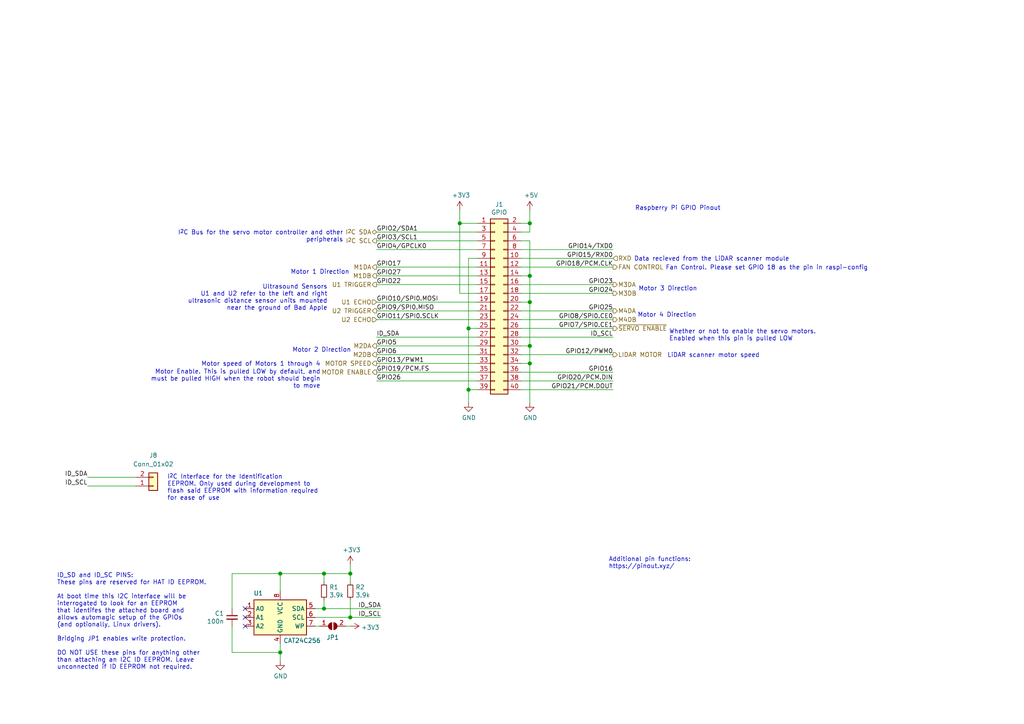
<source format=kicad_sch>
(kicad_sch (version 20250114) (generator "eeschema") (generator_version "9.0")
  (paper "A4")
  (title_block (title "Autonomous  Courier Robot \"Bad Apple\"") (date "2025-08-28") (rev "1") (company "Mixed Engineering Group 3 | STEM 12-Altruism / AY 2526 | CIT-U SHS") (comment 4 "This sheet defines the Raspberry Pi HAT interface"))
  (lib_symbols
    (symbol "Connector_Generic:Conn_01x02" (pin_names (offset 1.016) (hide yes))
      (property "Reference" "J" (at 0 2.54 0))
      (property "Value" "Conn_01x02" (at 0 -5.08 0))
      (symbol "Conn_01x02_1_1"
        (rectangle (start -1.27 1.27) (end 1.27 -3.81) (stroke (width 0.254)) (fill (type background)))
        (rectangle (start -1.27 0.127) (end 0 -0.127) (stroke (width 0.1524)))
        (rectangle (start -1.27 -2.413) (end 0 -2.667) (stroke (width 0.1524)))
        (pin passive line (at -5.08 0 0) (length 3.81) (name "Pin_1") (number "1"))
        (pin passive line (at -5.08 -2.54 0) (length 3.81) (name "Pin_2") (number "2"))
      )
    )
    (symbol "Connector_Generic:Conn_02x20_Odd_Even" (pin_names (offset 1.016) (hide yes))
      (property "Reference" "J" (at 1.27 25.4 0))
      (property "Value" "Conn_02x20_Odd_Even" (at 1.27 -27.94 0))
      (symbol "Conn_02x20_Odd_Even_1_1"
        (rectangle (start -1.27 24.13) (end 3.81 -26.67) (stroke (width 0.254)) (fill (type background)))
        (rectangle (start -1.27 22.987) (end 0 22.733) (stroke (width 0.1524)))
        (rectangle (start -1.27 20.447) (end 0 20.193) (stroke (width 0.1524)))
        (rectangle (start -1.27 17.907) (end 0 17.653) (stroke (width 0.1524)))
        (rectangle (start -1.27 15.367) (end 0 15.113) (stroke (width 0.1524)))
        (rectangle (start -1.27 12.827) (end 0 12.573) (stroke (width 0.1524)))
        (rectangle (start -1.27 10.287) (end 0 10.033) (stroke (width 0.1524)))
        (rectangle (start -1.27 7.747) (end 0 7.493) (stroke (width 0.1524)))
        (rectangle (start -1.27 5.207) (end 0 4.953) (stroke (width 0.1524)))
        (rectangle (start -1.27 2.667) (end 0 2.413) (stroke (width 0.1524)))
        (rectangle (start -1.27 0.127) (end 0 -0.127) (stroke (width 0.1524)))
        (rectangle (start -1.27 -2.413) (end 0 -2.667) (stroke (width 0.1524)))
        (rectangle (start -1.27 -4.953) (end 0 -5.207) (stroke (width 0.1524)))
        (rectangle (start -1.27 -7.493) (end 0 -7.747) (stroke (width 0.1524)))
        (rectangle (start -1.27 -10.033) (end 0 -10.287) (stroke (width 0.1524)))
        (rectangle (start -1.27 -12.573) (end 0 -12.827) (stroke (width 0.1524)))
        (rectangle (start -1.27 -15.113) (end 0 -15.367) (stroke (width 0.1524)))
        (rectangle (start -1.27 -17.653) (end 0 -17.907) (stroke (width 0.1524)))
        (rectangle (start -1.27 -20.193) (end 0 -20.447) (stroke (width 0.1524)))
        (rectangle (start -1.27 -22.733) (end 0 -22.987) (stroke (width 0.1524)))
        (rectangle (start -1.27 -25.273) (end 0 -25.527) (stroke (width 0.1524)))
        (rectangle (start 3.81 22.987) (end 2.54 22.733) (stroke (width 0.1524)))
        (rectangle (start 3.81 20.447) (end 2.54 20.193) (stroke (width 0.1524)))
        (rectangle (start 3.81 17.907) (end 2.54 17.653) (stroke (width 0.1524)))
        (rectangle (start 3.81 15.367) (end 2.54 15.113) (stroke (width 0.1524)))
        (rectangle (start 3.81 12.827) (end 2.54 12.573) (stroke (width 0.1524)))
        (rectangle (start 3.81 10.287) (end 2.54 10.033) (stroke (width 0.1524)))
        (rectangle (start 3.81 7.747) (end 2.54 7.493) (stroke (width 0.1524)))
        (rectangle (start 3.81 5.207) (end 2.54 4.953) (stroke (width 0.1524)))
        (rectangle (start 3.81 2.667) (end 2.54 2.413) (stroke (width 0.1524)))
        (rectangle (start 3.81 0.127) (end 2.54 -0.127) (stroke (width 0.1524)))
        (rectangle (start 3.81 -2.413) (end 2.54 -2.667) (stroke (width 0.1524)))
        (rectangle (start 3.81 -4.953) (end 2.54 -5.207) (stroke (width 0.1524)))
        (rectangle (start 3.81 -7.493) (end 2.54 -7.747) (stroke (width 0.1524)))
        (rectangle (start 3.81 -10.033) (end 2.54 -10.287) (stroke (width 0.1524)))
        (rectangle (start 3.81 -12.573) (end 2.54 -12.827) (stroke (width 0.1524)))
        (rectangle (start 3.81 -15.113) (end 2.54 -15.367) (stroke (width 0.1524)))
        (rectangle (start 3.81 -17.653) (end 2.54 -17.907) (stroke (width 0.1524)))
        (rectangle (start 3.81 -20.193) (end 2.54 -20.447) (stroke (width 0.1524)))
        (rectangle (start 3.81 -22.733) (end 2.54 -22.987) (stroke (width 0.1524)))
        (rectangle (start 3.81 -25.273) (end 2.54 -25.527) (stroke (width 0.1524)))
        (pin passive line (at -5.08 22.86 0) (length 3.81) (name "Pin_1") (number "1"))
        (pin passive line (at -5.08 20.32 0) (length 3.81) (name "Pin_3") (number "3"))
        (pin passive line (at -5.08 17.78 0) (length 3.81) (name "Pin_5") (number "5"))
        (pin passive line (at -5.08 15.24 0) (length 3.81) (name "Pin_7") (number "7"))
        (pin passive line (at -5.08 12.7 0) (length 3.81) (name "Pin_9") (number "9"))
        (pin passive line (at -5.08 10.16 0) (length 3.81) (name "Pin_11") (number "11"))
        (pin passive line (at -5.08 7.62 0) (length 3.81) (name "Pin_13") (number "13"))
        (pin passive line (at -5.08 5.08 0) (length 3.81) (name "Pin_15") (number "15"))
        (pin passive line (at -5.08 2.54 0) (length 3.81) (name "Pin_17") (number "17"))
        (pin passive line (at -5.08 0 0) (length 3.81) (name "Pin_19") (number "19"))
        (pin passive line (at -5.08 -2.54 0) (length 3.81) (name "Pin_21") (number "21"))
        (pin passive line (at -5.08 -5.08 0) (length 3.81) (name "Pin_23") (number "23"))
        (pin passive line (at -5.08 -7.62 0) (length 3.81) (name "Pin_25") (number "25"))
        (pin passive line (at -5.08 -10.16 0) (length 3.81) (name "Pin_27") (number "27"))
        (pin passive line (at -5.08 -12.7 0) (length 3.81) (name "Pin_29") (number "29"))
        (pin passive line (at -5.08 -15.24 0) (length 3.81) (name "Pin_31") (number "31"))
        (pin passive line (at -5.08 -17.78 0) (length 3.81) (name "Pin_33") (number "33"))
        (pin passive line (at -5.08 -20.32 0) (length 3.81) (name "Pin_35") (number "35"))
        (pin passive line (at -5.08 -22.86 0) (length 3.81) (name "Pin_37") (number "37"))
        (pin passive line (at -5.08 -25.4 0) (length 3.81) (name "Pin_39") (number "39"))
        (pin passive line (at 7.62 22.86 180) (length 3.81) (name "Pin_2") (number "2"))
        (pin passive line (at 7.62 20.32 180) (length 3.81) (name "Pin_4") (number "4"))
        (pin passive line (at 7.62 17.78 180) (length 3.81) (name "Pin_6") (number "6"))
        (pin passive line (at 7.62 15.24 180) (length 3.81) (name "Pin_8") (number "8"))
        (pin passive line (at 7.62 12.7 180) (length 3.81) (name "Pin_10") (number "10"))
        (pin passive line (at 7.62 10.16 180) (length 3.81) (name "Pin_12") (number "12"))
        (pin passive line (at 7.62 7.62 180) (length 3.81) (name "Pin_14") (number "14"))
        (pin passive line (at 7.62 5.08 180) (length 3.81) (name "Pin_16") (number "16"))
        (pin passive line (at 7.62 2.54 180) (length 3.81) (name "Pin_18") (number "18"))
        (pin passive line (at 7.62 0 180) (length 3.81) (name "Pin_20") (number "20"))
        (pin passive line (at 7.62 -2.54 180) (length 3.81) (name "Pin_22") (number "22"))
        (pin passive line (at 7.62 -5.08 180) (length 3.81) (name "Pin_24") (number "24"))
        (pin passive line (at 7.62 -7.62 180) (length 3.81) (name "Pin_26") (number "26"))
        (pin passive line (at 7.62 -10.16 180) (length 3.81) (name "Pin_28") (number "28"))
        (pin passive line (at 7.62 -12.7 180) (length 3.81) (name "Pin_30") (number "30"))
        (pin passive line (at 7.62 -15.24 180) (length 3.81) (name "Pin_32") (number "32"))
        (pin passive line (at 7.62 -17.78 180) (length 3.81) (name "Pin_34") (number "34"))
        (pin passive line (at 7.62 -20.32 180) (length 3.81) (name "Pin_36") (number "36"))
        (pin passive line (at 7.62 -22.86 180) (length 3.81) (name "Pin_38") (number "38"))
        (pin passive line (at 7.62 -25.4 180) (length 3.81) (name "Pin_40") (number "40"))
      )
    )
    (symbol "Device:C_Small" (pin_numbers (hide yes)) (pin_names (offset 0.254) (hide yes))
      (property "Reference" "C" (at 0.254 1.778 0))
      (property "Value" "C_Small" (at 0.254 -2.032 0))
      (symbol "C_Small_0_1"
        (polyline (pts (xy -1.524 0.508) (xy 1.524 0.508)) (stroke (width 0.3048)))
        (polyline (pts (xy -1.524 -0.508) (xy 1.524 -0.508)) (stroke (width 0.3302)))
      )
      (symbol "C_Small_1_1"
        (pin passive line (at 0 2.54 270) (length 2.032) (name "~") (number "1"))
        (pin passive line (at 0 -2.54 90) (length 2.032) (name "~") (number "2"))
      )
    )
    (symbol "Device:R_Small" (pin_numbers (hide yes)) (pin_names (offset 0.254) (hide yes))
      (property "Reference" "R" (at 0.762 0.508 0))
      (property "Value" "R_Small" (at 0.762 -1.016 0))
      (symbol "R_Small_0_1"
        (rectangle (start -0.762 1.778) (end 0.762 -1.778) (stroke (width 0.2032)))
      )
      (symbol "R_Small_1_1"
        (pin passive line (at 0 2.54 270) (length 0.762) (name "~") (number "1"))
        (pin passive line (at 0 -2.54 90) (length 0.762) (name "~") (number "2"))
      )
    )
    (symbol "Jumper:SolderJumper_2_Open" (pin_names (offset 0) (hide yes))
      (property "Reference" "JP" (at 0 2.032 0))
      (property "Value" "SolderJumper_2_Open" (at 0 -2.54 0))
      (symbol "SolderJumper_2_Open_0_1"
        (polyline (pts (xy -0.254 1.016) (xy -0.254 -1.016)))
        (arc (start -0.254 -1.016) (mid -1.2656 0) (end -0.254 1.016))
        (arc (start -0.254 -1.016) (mid -1.2656 0) (end -0.254 1.016) (fill (type outline)))
        (arc (start 0.254 1.016) (mid 1.2656 0) (end 0.254 -1.016))
        (arc (start 0.254 1.016) (mid 1.2656 0) (end 0.254 -1.016) (fill (type outline)))
        (polyline (pts (xy 0.254 1.016) (xy 0.254 -1.016)))
      )
      (symbol "SolderJumper_2_Open_1_1"
        (pin passive line (at -3.81 0 0) (length 2.54) (name "A") (number "1"))
        (pin passive line (at 3.81 0 180) (length 2.54) (name "B") (number "2"))
      )
    )
    (symbol "Memory_EEPROM:CAT24C256"
      (property "Reference" "U" (at -6.35 6.35 0))
      (property "Value" "CAT24C256" (at 1.27 6.35 0))
      (symbol "CAT24C256_1_1"
        (rectangle (start -7.62 5.08) (end 7.62 -5.08) (stroke (width 0.254)) (fill (type background)))
        (pin input line (at -10.16 2.54 0) (length 2.54) (name "A0") (number "1"))
        (pin input line (at -10.16 0 0) (length 2.54) (name "A1") (number "2"))
        (pin input line (at -10.16 -2.54 0) (length 2.54) (name "A2") (number "3"))
        (pin power_in line (at 0 7.62 270) (length 2.54) (name "VCC") (number "8"))
        (pin power_in line (at 0 -7.62 90) (length 2.54) (name "GND") (number "4"))
        (pin bidirectional line (at 10.16 2.54 180) (length 2.54) (name "SDA") (number "5"))
        (pin input line (at 10.16 0 180) (length 2.54) (name "SCL") (number "6"))
        (pin input line (at 10.16 -2.54 180) (length 2.54) (name "WP") (number "7"))
      )
    )
    (symbol "power:+3.3V" (power) (pin_names (offset 0))
      (property "Value" "+3.3V" (at 0 3.556 0))
      (symbol "+3.3V_0_1"
        (polyline (pts (xy -0.762 1.27) (xy 0 2.54)))
        (polyline (pts (xy 0 2.54) (xy 0.762 1.27)))
        (polyline (pts (xy 0 0) (xy 0 2.54)))
      )
      (symbol "+3.3V_1_1"
        (pin power_in line (at 0 0 90) (length 0) (hide yes) (name "+3V3") (number "1"))
      )
    )
    (symbol "power:+5V" (power) (pin_names (offset 0))
      (property "Value" "+5V" (at 0 3.556 0))
      (symbol "+5V_0_1"
        (polyline (pts (xy -0.762 1.27) (xy 0 2.54)))
        (polyline (pts (xy 0 2.54) (xy 0.762 1.27)))
        (polyline (pts (xy 0 0) (xy 0 2.54)))
      )
      (symbol "+5V_1_1"
        (pin power_in line (at 0 0 90) (length 0) (hide yes) (name "+5V") (number "1"))
      )
    )
    (symbol "power:GND" (power) (pin_names (offset 0))
      (property "Value" "GND" (at 0 -3.81 0))
      (symbol "GND_0_1"
        (polyline (pts (xy 0 0) (xy 0 -1.27) (xy 1.27 -1.27) (xy 0 -2.54) (xy -1.27 -1.27) (xy 0 -1.27)))
      )
      (symbol "GND_1_1"
        (pin power_in line (at 0 0 270) (length 0) (hide yes) (name "GND") (number "1"))
      )
    )
  )
  (text "I^{2}C Bus for the servo motor controller and other\nperipherals" (at 99.568 68.58 0) (effects (font (size 1.27 1.27)) (justify right)))
  (text "Ultrasound Sensors\nU1 and U2 refer to the left and right\nultrasonic distance sensor units mounted\nnear the ground of Bad Apple" (at 94.996 86.36 0) (effects (font (size 1.27 1.27)) (justify right)))
  (text "Data recieved from the LiDAR scanner module" (at 183.896 75.184 0) (effects (font (size 1.27 1.27)) (justify left)))
  (text "Whether or not to enable the servo motors.\nEnabled when this pin is pulled LOW" (at 194.056 97.282 0) (effects (font (size 1.27 1.27)) (justify left)))
  (text "Motor 2 Direction" (at 101.854 101.6 0) (effects (font (size 1.27 1.27)) (justify right)))
  (text "Motor 1 Direction" (at 101.346 78.994 0) (effects (font (size 1.27 1.27)) (justify right)))
  (text "Raspberry Pi GPIO Pinout" (at 196.596 60.452 0) (effects (font (size 1.27 1.27))))
  (text "Motor 4 Direction" (at 184.912 91.44 0) (effects (font (size 1.27 1.27)) (justify left)))
  (text "Motor 3 Direction" (at 185.166 83.82 0) (effects (font (size 1.27 1.27)) (justify left)))
  (text "Fan Control. Please set GPIO 18 as the pin in raspi-config" (at 193.04 77.724 0) (effects (font (size 1.27 1.27)) (justify left)))
  (text "I^{2}C Interface for the Identification\nEEPROM. Only used during development to\nflash said EEPROM with information required\nfor ease of use" (at 48.514 141.478 0) (effects (font (size 1.27 1.27)) (justify left)))
  (text "ID_SD and ID_SC PINS:\nThese pins are reserved for HAT ID EEPROM.\n\nAt boot time this I2C interface will be\ninterrogated to look for an EEPROM\nthat identifes the attached board and\nallows automagic setup of the GPIOs\n(and optionally, Linux drivers).\n\nBridging JP1 enables write protection.\n\nDO NOT USE these pins for anything other\nthan attaching an I2C ID EEPROM. Leave\nunconnected if ID EEPROM not required." (at 16.51 194.31 0) (effects (font (size 1.27 1.27)) (justify left bottom)))
  (text "Motor speed of Motors 1 through 4" (at 92.964 105.664 0) (effects (font (size 1.27 1.27)) (justify right)))
  (text "LiDAR scanner motor speed" (at 193.548 103.124 0) (effects (font (size 1.27 1.27)) (justify left)))
  (text "Motor Enable. This is pulled LOW by default, and\nmust be pulled HIGH when the robot should begin\nto move" (at 92.964 109.982 0) (effects (font (size 1.27 1.27)) (justify right)))
  (text "Additional pin functions:\nhttps://pinout.xyz/" (at 176.53 165.1 0) (effects (font (size 1.27 1.27)) (justify left bottom)))
  (junction (at 93.98 166.37) (diameter 1.016))
  (junction (at 101.6 166.37) (diameter 1.016))
  (junction (at 93.98 176.53) (diameter 1.016))
  (junction (at 135.89 113.03) (diameter 1.016))
  (junction (at 133.35 64.77) (diameter 1.016))
  (junction (at 153.67 80.01) (diameter 1.016))
  (junction (at 153.67 100.33) (diameter 1.016))
  (junction (at 135.89 95.25) (diameter 1.016))
  (junction (at 81.28 189.23) (diameter 1.016))
  (junction (at 153.67 64.77) (diameter 1.016))
  (junction (at 153.67 87.63) (diameter 1.016))
  (junction (at 81.28 166.37) (diameter 1.016))
  (junction (at 101.6 179.07) (diameter 1.016))
  (junction (at 153.67 105.41) (diameter 1.016))
  (no_connect (at 71.12 181.61))
  (no_connect (at 71.12 179.07))
  (no_connect (at 71.12 176.53))
  (wire (pts (xy 109.22 90.17) (xy 138.43 90.17)))
  (wire (pts (xy 135.89 95.25) (xy 135.89 113.03)))
  (wire (pts (xy 81.28 166.37) (xy 81.28 171.45)))
  (wire (pts (xy 153.67 64.77) (xy 151.13 64.77)))
  (wire (pts (xy 133.35 60.96) (xy 133.35 64.77)))
  (wire (pts (xy 25.4 138.43) (xy 39.37 138.43)))
  (wire (pts (xy 138.43 67.31) (xy 109.22 67.31)))
  (wire (pts (xy 151.13 107.95) (xy 177.8 107.95)))
  (wire (pts (xy 67.31 181.61) (xy 67.31 189.23)))
  (wire (pts (xy 151.13 77.47) (xy 177.8 77.47)))
  (wire (pts (xy 151.13 90.17) (xy 177.8 90.17)))
  (wire (pts (xy 153.67 100.33) (xy 151.13 100.33)))
  (wire (pts (xy 91.44 179.07) (xy 101.6 179.07)))
  (wire (pts (xy 133.35 64.77) (xy 133.35 85.09)))
  (wire (pts (xy 81.28 166.37) (xy 93.98 166.37)))
  (wire (pts (xy 153.67 80.01) (xy 153.67 87.63)))
  (wire (pts (xy 153.67 87.63) (xy 151.13 87.63)))
  (wire (pts (xy 151.13 74.93) (xy 177.8 74.93)))
  (wire (pts (xy 135.89 74.93) (xy 135.89 95.25)))
  (wire (pts (xy 138.43 87.63) (xy 109.22 87.63)))
  (wire (pts (xy 153.67 60.96) (xy 153.67 64.77)))
  (wire (pts (xy 153.67 69.85) (xy 151.13 69.85)))
  (wire (pts (xy 151.13 72.39) (xy 177.8 72.39)))
  (wire (pts (xy 101.6 168.91) (xy 101.6 166.37)))
  (wire (pts (xy 91.44 176.53) (xy 93.98 176.53)))
  (wire (pts (xy 101.6 166.37) (xy 93.98 166.37)))
  (wire (pts (xy 67.31 166.37) (xy 67.31 176.53)))
  (wire (pts (xy 109.22 92.71) (xy 138.43 92.71)))
  (wire (pts (xy 135.89 74.93) (xy 138.43 74.93)))
  (wire (pts (xy 133.35 85.09) (xy 138.43 85.09)))
  (wire (pts (xy 133.35 64.77) (xy 138.43 64.77)))
  (wire (pts (xy 109.22 107.95) (xy 138.43 107.95)))
  (wire (pts (xy 25.4 140.97) (xy 39.37 140.97)))
  (wire (pts (xy 151.13 113.03) (xy 177.8 113.03)))
  (wire (pts (xy 109.22 69.85) (xy 138.43 69.85)))
  (wire (pts (xy 135.89 113.03) (xy 138.43 113.03)))
  (wire (pts (xy 109.22 102.87) (xy 138.43 102.87)))
  (wire (pts (xy 153.67 64.77) (xy 153.67 67.31)))
  (wire (pts (xy 101.6 179.07) (xy 110.49 179.07)))
  (wire (pts (xy 93.98 166.37) (xy 93.98 168.91)))
  (wire (pts (xy 81.28 166.37) (xy 67.31 166.37)))
  (wire (pts (xy 101.6 163.83) (xy 101.6 166.37)))
  (wire (pts (xy 138.43 105.41) (xy 109.22 105.41)))
  (wire (pts (xy 81.28 189.23) (xy 81.28 191.77)))
  (wire (pts (xy 93.98 173.99) (xy 93.98 176.53)))
  (wire (pts (xy 151.13 85.09) (xy 177.8 85.09)))
  (wire (pts (xy 135.89 113.03) (xy 135.89 116.84)))
  (wire (pts (xy 153.67 105.41) (xy 151.13 105.41)))
  (wire (pts (xy 100.33 181.61) (xy 101.6 181.61)))
  (wire (pts (xy 151.13 97.79) (xy 177.8 97.79)))
  (wire (pts (xy 67.31 189.23) (xy 81.28 189.23)))
  (wire (pts (xy 151.13 95.25) (xy 177.8 95.25)))
  (wire (pts (xy 153.67 69.85) (xy 153.67 80.01)))
  (wire (pts (xy 109.22 82.55) (xy 138.43 82.55)))
  (wire (pts (xy 109.22 72.39) (xy 138.43 72.39)))
  (wire (pts (xy 153.67 67.31) (xy 151.13 67.31)))
  (wire (pts (xy 81.28 186.69) (xy 81.28 189.23)))
  (wire (pts (xy 109.22 110.49) (xy 138.43 110.49)))
  (wire (pts (xy 151.13 82.55) (xy 177.8 82.55)))
  (wire (pts (xy 109.22 100.33) (xy 138.43 100.33)))
  (wire (pts (xy 153.67 80.01) (xy 151.13 80.01)))
  (wire (pts (xy 153.67 105.41) (xy 153.67 116.84)))
  (wire (pts (xy 138.43 77.47) (xy 109.22 77.47)))
  (wire (pts (xy 151.13 92.71) (xy 177.8 92.71)))
  (wire (pts (xy 138.43 97.79) (xy 109.22 97.79)))
  (wire (pts (xy 151.13 110.49) (xy 177.8 110.49)))
  (wire (pts (xy 101.6 173.99) (xy 101.6 179.07)))
  (wire (pts (xy 93.98 176.53) (xy 110.49 176.53)))
  (wire (pts (xy 91.44 181.61) (xy 92.71 181.61)))
  (wire (pts (xy 153.67 87.63) (xy 153.67 100.33)))
  (wire (pts (xy 135.89 95.25) (xy 138.43 95.25)))
  (wire (pts (xy 153.67 100.33) (xy 153.67 105.41)))
  (wire (pts (xy 109.22 80.01) (xy 138.43 80.01)))
  (wire (pts (xy 151.13 102.87) (xy 177.8 102.87)))
  (label "GPIO17" (at 109.22 77.47 0))
  (label "GPIO6" (at 109.22 102.87 0))
  (label "GPIO18{slash}PCM.CLK" (at 177.8 77.47 180))
  (label "GPIO27" (at 109.22 80.01 0))
  (label "GPIO2{slash}SDA1" (at 109.22 67.31 0))
  (label "GPIO11{slash}SPI0.SCLK" (at 109.22 92.71 0))
  (label "ID_SDA" (at 110.49 176.53 180))
  (label "GPIO3{slash}SCL1" (at 109.22 69.85 0))
  (label "ID_SCL" (at 25.4 140.97 180))
  (label "GPIO9{slash}SPI0.MISO" (at 109.22 90.17 0))
  (label "GPIO25" (at 177.8 90.17 180))
  (label "GPIO21{slash}PCM.DOUT" (at 177.8 113.03 180))
  (label "GPIO10{slash}SPI0.MOSI" (at 109.22 87.63 0))
  (label "GPIO8{slash}SPI0.CE0" (at 177.8 92.71 180))
  (label "GPIO14{slash}TXD0" (at 177.8 72.39 180))
  (label "ID_SDA" (at 25.4 138.43 180))
  (label "ID_SCL" (at 177.8 97.79 180))
  (label "GPIO5" (at 109.22 100.33 0))
  (label "GPIO13{slash}PWM1" (at 109.22 105.41 0))
  (label "GPIO15{slash}RXD0" (at 177.8 74.93 180))
  (label "GPIO26" (at 109.22 110.49 0))
  (label "GPIO22" (at 109.22 82.55 0))
  (label "GPIO16" (at 177.8 107.95 180))
  (label "ID_SCL" (at 110.49 179.07 180))
  (label "GPIO24" (at 177.8 85.09 180))
  (label "GPIO4{slash}GPCLK0" (at 109.22 72.39 0))
  (label "GPIO12{slash}PWM0" (at 177.8 102.87 180))
  (label "GPIO19{slash}PCM.FS" (at 109.22 107.95 0))
  (label "GPIO23" (at 177.8 82.55 180))
  (label "GPIO7{slash}SPI0.CE1" (at 177.8 95.25 180))
  (label "ID_SDA" (at 109.22 97.79 0))
  (label "GPIO20{slash}PCM.DIN" (at 177.8 110.49 180))
  (hierarchical_label "MOTOR ENABLE" (shape output) (at 109.22 107.95 180))
  (hierarchical_label "~{SERVO ENABLE}" (shape output) (at 177.8 95.25 0))
  (hierarchical_label "LIDAR MOTOR" (shape output) (at 177.8 102.87 0))
  (hierarchical_label "U2 TRIGGER" (shape output) (at 109.22 90.17 180))
  (hierarchical_label "M1DB" (shape output) (at 109.22 80.01 180))
  (hierarchical_label "M2DA" (shape output) (at 109.22 100.33 180))
  (hierarchical_label "M4DA" (shape output) (at 177.8 90.17 0))
  (hierarchical_label "MOTOR SPEED" (shape output) (at 109.22 105.41 180))
  (hierarchical_label "U1 ECHO" (shape input) (at 109.22 87.63 180))
  (hierarchical_label "FAN CONTROL" (shape output) (at 177.8 77.47 0))
  (hierarchical_label "I^{2}C SDA" (shape bidirectional) (at 109.22 67.31 180))
  (hierarchical_label "U1 TRIGGER" (shape output) (at 109.22 82.55 180))
  (hierarchical_label "U2 ECHO" (shape input) (at 109.22 92.71 180))
  (hierarchical_label "M4DB" (shape output) (at 177.8 92.71 0))
  (hierarchical_label "M3DB" (shape output) (at 177.8 85.09 0))
  (hierarchical_label "I^{2}C SCL" (shape output) (at 109.22 69.85 180))
  (hierarchical_label "M2DB" (shape output) (at 109.22 102.87 180))
  (hierarchical_label "RXD" (shape input) (at 177.8 74.93 0))
  (hierarchical_label "M1DA" (shape output) (at 109.22 77.47 180))
  (hierarchical_label "M3DA" (shape output) (at 177.8 82.55 0))
  (symbol (lib_id "power:+5V") (at 153.67 60.96 0) (unit 1)
    (property "Reference" "#PWR01" (effects (hide yes)))
    (property "Value" "+5V" (at 154.0383 56.6356 0))
  )
  (symbol (lib_id "power:+3.3V") (at 133.35 60.96 0) (unit 1)
    (property "Reference" "#PWR04" (effects (hide yes)))
    (property "Value" "+3V3" (at 133.7183 56.6356 0))
  )
  (symbol (lib_id "power:GND") (at 153.67 116.84 0) (unit 1)
    (property "Reference" "#PWR02" (effects (hide yes)))
    (property "Value" "GND" (at 153.7843 121.1644 0))
  )
  (symbol (lib_id "power:GND") (at 135.89 116.84 0) (unit 1)
    (property "Reference" "#PWR03" (effects (hide yes)))
    (property "Value" "GND" (at 136.0043 121.1644 0))
  )
  (symbol (lib_id "Connector_Generic:Conn_02x20_Odd_Even") (at 143.51 87.63 0) (unit 1)
    (property "Reference" "J1" (at 144.78 59.2898 0))
    (property "Value" "GPIO" (at 144.78 61.595 0))
    (property "Footprint" "Connector_PinSocket_2.54mm:PinSocket_2x20_P2.54mm_Vertical" (effects (hide yes)))
  )
  (symbol (lib_id "Device:C_Small") (at 67.31 179.07 0) (unit 1)
    (property "Reference" "C1" (at 64.9858 177.9206 0) (effects (justify right)))
    (property "Value" "100n" (at 64.9858 180.2193 0) (effects (justify right)))
  )
  (symbol (lib_id "Device:R_Small") (at 93.98 171.45 0) (unit 1)
    (property "Reference" "R1" (at 95.4786 170.307 0) (effects (justify left)))
    (property "Value" "3.9k" (at 95.4787 172.5993 0) (effects (justify left)))
  )
  (symbol (lib_id "Jumper:SolderJumper_2_Open") (at 96.52 181.61 0) (unit 1)
    (property "Reference" "JP1" (at 96.52 184.893 0))
    (property "Value" "ID_WP" (effects (hide yes)))
  )
  (symbol (lib_id "Device:R_Small") (at 101.6 171.45 0) (unit 1)
    (property "Reference" "R2" (at 103.0986 170.307 0) (effects (justify left)))
    (property "Value" "3.9k" (at 103.0987 172.5993 0) (effects (justify left)))
  )
  (symbol (lib_id "power:+3.3V") (at 101.6 163.83 0) (unit 1)
    (property "Reference" "#PWR0101" (effects (hide yes)))
    (property "Value" "+3V3" (at 101.9683 159.5056 0))
  )
  (symbol (lib_id "Connector_Generic:Conn_01x02") (at 44.45 140.97 0) (mirror x) (unit 1)
    (property "Reference" "J8" (at 44.45 132.08 0))
    (property "Value" "Conn_01x02" (at 44.45 134.62 0))
    (property "Description" "Generic connector, single row, 01x02, script generated (kicad-library-utils/schlib/autogen/connector/)" (effects (hide yes)))
  )
  (symbol (lib_id "Memory_EEPROM:CAT24C256") (at 81.28 179.07 0) (unit 1)
    (property "Reference" "U1" (at 74.93 172.0658 0))
    (property "Value" "CAT24C256" (at 87.63 185.7945 0))
    (property "Datasheet" "https://www.onsemi.cn/PowerSolutions/document/CAT24C256-D.PDF" (effects (hide yes)))
  )
  (symbol (lib_id "power:GND") (at 81.28 191.77 0) (unit 1)
    (property "Reference" "#PWR0102" (effects (hide yes)))
    (property "Value" "GND" (at 81.3943 196.0944 0))
  )
  (symbol (lib_id "power:+3.3V") (at 101.6 181.61 270) (unit 1)
    (property "Reference" "#PWR0103" (effects (hide yes)))
    (property "Value" "+3V3" (at 104.7751 181.9783 90) (effects (justify left)))
  )
)
</source>
